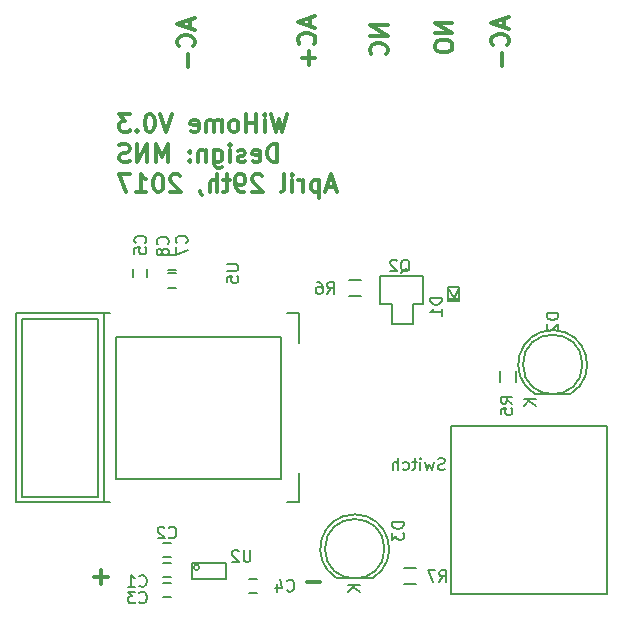
<source format=gbr>
G04 #@! TF.FileFunction,Legend,Bot*
%FSLAX46Y46*%
G04 Gerber Fmt 4.6, Leading zero omitted, Abs format (unit mm)*
G04 Created by KiCad (PCBNEW 4.0.3-stable) date 05/03/17 00:29:37*
%MOMM*%
%LPD*%
G01*
G04 APERTURE LIST*
%ADD10C,0.152400*%
%ADD11C,0.300000*%
%ADD12C,0.150000*%
G04 APERTURE END LIST*
D10*
D11*
X136350000Y-51764286D02*
X136350000Y-52478572D01*
X136778571Y-51621429D02*
X135278571Y-52121429D01*
X136778571Y-52621429D01*
X136635714Y-53978572D02*
X136707143Y-53907143D01*
X136778571Y-53692857D01*
X136778571Y-53550000D01*
X136707143Y-53335715D01*
X136564286Y-53192857D01*
X136421429Y-53121429D01*
X136135714Y-53050000D01*
X135921429Y-53050000D01*
X135635714Y-53121429D01*
X135492857Y-53192857D01*
X135350000Y-53335715D01*
X135278571Y-53550000D01*
X135278571Y-53692857D01*
X135350000Y-53907143D01*
X135421429Y-53978572D01*
X136207143Y-54621429D02*
X136207143Y-55764286D01*
X131978571Y-52085714D02*
X130478571Y-52085714D01*
X131978571Y-52942857D01*
X130478571Y-52942857D01*
X130478571Y-53942857D02*
X130478571Y-54228571D01*
X130550000Y-54371429D01*
X130692857Y-54514286D01*
X130978571Y-54585714D01*
X131478571Y-54585714D01*
X131764286Y-54514286D01*
X131907143Y-54371429D01*
X131978571Y-54228571D01*
X131978571Y-53942857D01*
X131907143Y-53800000D01*
X131764286Y-53657143D01*
X131478571Y-53585714D01*
X130978571Y-53585714D01*
X130692857Y-53657143D01*
X130550000Y-53800000D01*
X130478571Y-53942857D01*
X126478571Y-52321429D02*
X124978571Y-52321429D01*
X126478571Y-53178572D01*
X124978571Y-53178572D01*
X126335714Y-54750001D02*
X126407143Y-54678572D01*
X126478571Y-54464286D01*
X126478571Y-54321429D01*
X126407143Y-54107144D01*
X126264286Y-53964286D01*
X126121429Y-53892858D01*
X125835714Y-53821429D01*
X125621429Y-53821429D01*
X125335714Y-53892858D01*
X125192857Y-53964286D01*
X125050000Y-54107144D01*
X124978571Y-54321429D01*
X124978571Y-54464286D01*
X125050000Y-54678572D01*
X125121429Y-54750001D01*
X119950000Y-51664286D02*
X119950000Y-52378572D01*
X120378571Y-51521429D02*
X118878571Y-52021429D01*
X120378571Y-52521429D01*
X120235714Y-53878572D02*
X120307143Y-53807143D01*
X120378571Y-53592857D01*
X120378571Y-53450000D01*
X120307143Y-53235715D01*
X120164286Y-53092857D01*
X120021429Y-53021429D01*
X119735714Y-52950000D01*
X119521429Y-52950000D01*
X119235714Y-53021429D01*
X119092857Y-53092857D01*
X118950000Y-53235715D01*
X118878571Y-53450000D01*
X118878571Y-53592857D01*
X118950000Y-53807143D01*
X119021429Y-53878572D01*
X119807143Y-54521429D02*
X119807143Y-55664286D01*
X120378571Y-55092857D02*
X119235714Y-55092857D01*
X109750000Y-51864286D02*
X109750000Y-52578572D01*
X110178571Y-51721429D02*
X108678571Y-52221429D01*
X110178571Y-52721429D01*
X110035714Y-54078572D02*
X110107143Y-54007143D01*
X110178571Y-53792857D01*
X110178571Y-53650000D01*
X110107143Y-53435715D01*
X109964286Y-53292857D01*
X109821429Y-53221429D01*
X109535714Y-53150000D01*
X109321429Y-53150000D01*
X109035714Y-53221429D01*
X108892857Y-53292857D01*
X108750000Y-53435715D01*
X108678571Y-53650000D01*
X108678571Y-53792857D01*
X108750000Y-54007143D01*
X108821429Y-54078572D01*
X109607143Y-54721429D02*
X109607143Y-55864286D01*
X120771428Y-99407143D02*
X119628571Y-99407143D01*
X102771428Y-99007143D02*
X101628571Y-99007143D01*
X102200000Y-99578571D02*
X102200000Y-98435714D01*
X117928571Y-59828571D02*
X117571428Y-61328571D01*
X117285714Y-60257143D01*
X117000000Y-61328571D01*
X116642857Y-59828571D01*
X116071428Y-61328571D02*
X116071428Y-60328571D01*
X116071428Y-59828571D02*
X116142857Y-59900000D01*
X116071428Y-59971429D01*
X116000000Y-59900000D01*
X116071428Y-59828571D01*
X116071428Y-59971429D01*
X115357142Y-61328571D02*
X115357142Y-59828571D01*
X115357142Y-60542857D02*
X114499999Y-60542857D01*
X114499999Y-61328571D02*
X114499999Y-59828571D01*
X113571427Y-61328571D02*
X113714285Y-61257143D01*
X113785713Y-61185714D01*
X113857142Y-61042857D01*
X113857142Y-60614286D01*
X113785713Y-60471429D01*
X113714285Y-60400000D01*
X113571427Y-60328571D01*
X113357142Y-60328571D01*
X113214285Y-60400000D01*
X113142856Y-60471429D01*
X113071427Y-60614286D01*
X113071427Y-61042857D01*
X113142856Y-61185714D01*
X113214285Y-61257143D01*
X113357142Y-61328571D01*
X113571427Y-61328571D01*
X112428570Y-61328571D02*
X112428570Y-60328571D01*
X112428570Y-60471429D02*
X112357142Y-60400000D01*
X112214284Y-60328571D01*
X111999999Y-60328571D01*
X111857142Y-60400000D01*
X111785713Y-60542857D01*
X111785713Y-61328571D01*
X111785713Y-60542857D02*
X111714284Y-60400000D01*
X111571427Y-60328571D01*
X111357142Y-60328571D01*
X111214284Y-60400000D01*
X111142856Y-60542857D01*
X111142856Y-61328571D01*
X109857142Y-61257143D02*
X109999999Y-61328571D01*
X110285713Y-61328571D01*
X110428570Y-61257143D01*
X110499999Y-61114286D01*
X110499999Y-60542857D01*
X110428570Y-60400000D01*
X110285713Y-60328571D01*
X109999999Y-60328571D01*
X109857142Y-60400000D01*
X109785713Y-60542857D01*
X109785713Y-60685714D01*
X110499999Y-60828571D01*
X108214285Y-59828571D02*
X107714285Y-61328571D01*
X107214285Y-59828571D01*
X106428571Y-59828571D02*
X106285714Y-59828571D01*
X106142857Y-59900000D01*
X106071428Y-59971429D01*
X105999999Y-60114286D01*
X105928571Y-60400000D01*
X105928571Y-60757143D01*
X105999999Y-61042857D01*
X106071428Y-61185714D01*
X106142857Y-61257143D01*
X106285714Y-61328571D01*
X106428571Y-61328571D01*
X106571428Y-61257143D01*
X106642857Y-61185714D01*
X106714285Y-61042857D01*
X106785714Y-60757143D01*
X106785714Y-60400000D01*
X106714285Y-60114286D01*
X106642857Y-59971429D01*
X106571428Y-59900000D01*
X106428571Y-59828571D01*
X105285714Y-61185714D02*
X105214286Y-61257143D01*
X105285714Y-61328571D01*
X105357143Y-61257143D01*
X105285714Y-61185714D01*
X105285714Y-61328571D01*
X104714285Y-59828571D02*
X103785714Y-59828571D01*
X104285714Y-60400000D01*
X104071428Y-60400000D01*
X103928571Y-60471429D01*
X103857142Y-60542857D01*
X103785714Y-60685714D01*
X103785714Y-61042857D01*
X103857142Y-61185714D01*
X103928571Y-61257143D01*
X104071428Y-61328571D01*
X104500000Y-61328571D01*
X104642857Y-61257143D01*
X104714285Y-61185714D01*
X117142858Y-63878571D02*
X117142858Y-62378571D01*
X116785715Y-62378571D01*
X116571430Y-62450000D01*
X116428572Y-62592857D01*
X116357144Y-62735714D01*
X116285715Y-63021429D01*
X116285715Y-63235714D01*
X116357144Y-63521429D01*
X116428572Y-63664286D01*
X116571430Y-63807143D01*
X116785715Y-63878571D01*
X117142858Y-63878571D01*
X115071430Y-63807143D02*
X115214287Y-63878571D01*
X115500001Y-63878571D01*
X115642858Y-63807143D01*
X115714287Y-63664286D01*
X115714287Y-63092857D01*
X115642858Y-62950000D01*
X115500001Y-62878571D01*
X115214287Y-62878571D01*
X115071430Y-62950000D01*
X115000001Y-63092857D01*
X115000001Y-63235714D01*
X115714287Y-63378571D01*
X114428573Y-63807143D02*
X114285716Y-63878571D01*
X114000001Y-63878571D01*
X113857144Y-63807143D01*
X113785716Y-63664286D01*
X113785716Y-63592857D01*
X113857144Y-63450000D01*
X114000001Y-63378571D01*
X114214287Y-63378571D01*
X114357144Y-63307143D01*
X114428573Y-63164286D01*
X114428573Y-63092857D01*
X114357144Y-62950000D01*
X114214287Y-62878571D01*
X114000001Y-62878571D01*
X113857144Y-62950000D01*
X113142858Y-63878571D02*
X113142858Y-62878571D01*
X113142858Y-62378571D02*
X113214287Y-62450000D01*
X113142858Y-62521429D01*
X113071430Y-62450000D01*
X113142858Y-62378571D01*
X113142858Y-62521429D01*
X111785715Y-62878571D02*
X111785715Y-64092857D01*
X111857144Y-64235714D01*
X111928572Y-64307143D01*
X112071429Y-64378571D01*
X112285715Y-64378571D01*
X112428572Y-64307143D01*
X111785715Y-63807143D02*
X111928572Y-63878571D01*
X112214286Y-63878571D01*
X112357144Y-63807143D01*
X112428572Y-63735714D01*
X112500001Y-63592857D01*
X112500001Y-63164286D01*
X112428572Y-63021429D01*
X112357144Y-62950000D01*
X112214286Y-62878571D01*
X111928572Y-62878571D01*
X111785715Y-62950000D01*
X111071429Y-62878571D02*
X111071429Y-63878571D01*
X111071429Y-63021429D02*
X111000001Y-62950000D01*
X110857143Y-62878571D01*
X110642858Y-62878571D01*
X110500001Y-62950000D01*
X110428572Y-63092857D01*
X110428572Y-63878571D01*
X109714286Y-63735714D02*
X109642858Y-63807143D01*
X109714286Y-63878571D01*
X109785715Y-63807143D01*
X109714286Y-63735714D01*
X109714286Y-63878571D01*
X109714286Y-62950000D02*
X109642858Y-63021429D01*
X109714286Y-63092857D01*
X109785715Y-63021429D01*
X109714286Y-62950000D01*
X109714286Y-63092857D01*
X107857143Y-63878571D02*
X107857143Y-62378571D01*
X107357143Y-63450000D01*
X106857143Y-62378571D01*
X106857143Y-63878571D01*
X106142857Y-63878571D02*
X106142857Y-62378571D01*
X105285714Y-63878571D01*
X105285714Y-62378571D01*
X104642857Y-63807143D02*
X104428571Y-63878571D01*
X104071428Y-63878571D01*
X103928571Y-63807143D01*
X103857142Y-63735714D01*
X103785714Y-63592857D01*
X103785714Y-63450000D01*
X103857142Y-63307143D01*
X103928571Y-63235714D01*
X104071428Y-63164286D01*
X104357142Y-63092857D01*
X104500000Y-63021429D01*
X104571428Y-62950000D01*
X104642857Y-62807143D01*
X104642857Y-62664286D01*
X104571428Y-62521429D01*
X104500000Y-62450000D01*
X104357142Y-62378571D01*
X104000000Y-62378571D01*
X103785714Y-62450000D01*
X122071426Y-66000000D02*
X121357140Y-66000000D01*
X122214283Y-66428571D02*
X121714283Y-64928571D01*
X121214283Y-66428571D01*
X120714283Y-65428571D02*
X120714283Y-66928571D01*
X120714283Y-65500000D02*
X120571426Y-65428571D01*
X120285712Y-65428571D01*
X120142855Y-65500000D01*
X120071426Y-65571429D01*
X119999997Y-65714286D01*
X119999997Y-66142857D01*
X120071426Y-66285714D01*
X120142855Y-66357143D01*
X120285712Y-66428571D01*
X120571426Y-66428571D01*
X120714283Y-66357143D01*
X119357140Y-66428571D02*
X119357140Y-65428571D01*
X119357140Y-65714286D02*
X119285712Y-65571429D01*
X119214283Y-65500000D01*
X119071426Y-65428571D01*
X118928569Y-65428571D01*
X118428569Y-66428571D02*
X118428569Y-65428571D01*
X118428569Y-64928571D02*
X118499998Y-65000000D01*
X118428569Y-65071429D01*
X118357141Y-65000000D01*
X118428569Y-64928571D01*
X118428569Y-65071429D01*
X117499997Y-66428571D02*
X117642855Y-66357143D01*
X117714283Y-66214286D01*
X117714283Y-64928571D01*
X115857141Y-65071429D02*
X115785712Y-65000000D01*
X115642855Y-64928571D01*
X115285712Y-64928571D01*
X115142855Y-65000000D01*
X115071426Y-65071429D01*
X114999998Y-65214286D01*
X114999998Y-65357143D01*
X115071426Y-65571429D01*
X115928569Y-66428571D01*
X114999998Y-66428571D01*
X114285713Y-66428571D02*
X113999998Y-66428571D01*
X113857141Y-66357143D01*
X113785713Y-66285714D01*
X113642855Y-66071429D01*
X113571427Y-65785714D01*
X113571427Y-65214286D01*
X113642855Y-65071429D01*
X113714284Y-65000000D01*
X113857141Y-64928571D01*
X114142855Y-64928571D01*
X114285713Y-65000000D01*
X114357141Y-65071429D01*
X114428570Y-65214286D01*
X114428570Y-65571429D01*
X114357141Y-65714286D01*
X114285713Y-65785714D01*
X114142855Y-65857143D01*
X113857141Y-65857143D01*
X113714284Y-65785714D01*
X113642855Y-65714286D01*
X113571427Y-65571429D01*
X113142856Y-65428571D02*
X112571427Y-65428571D01*
X112928570Y-64928571D02*
X112928570Y-66214286D01*
X112857142Y-66357143D01*
X112714284Y-66428571D01*
X112571427Y-66428571D01*
X112071427Y-66428571D02*
X112071427Y-64928571D01*
X111428570Y-66428571D02*
X111428570Y-65642857D01*
X111499999Y-65500000D01*
X111642856Y-65428571D01*
X111857141Y-65428571D01*
X111999999Y-65500000D01*
X112071427Y-65571429D01*
X110642856Y-66357143D02*
X110642856Y-66428571D01*
X110714284Y-66571429D01*
X110785713Y-66642857D01*
X108928570Y-65071429D02*
X108857141Y-65000000D01*
X108714284Y-64928571D01*
X108357141Y-64928571D01*
X108214284Y-65000000D01*
X108142855Y-65071429D01*
X108071427Y-65214286D01*
X108071427Y-65357143D01*
X108142855Y-65571429D01*
X108999998Y-66428571D01*
X108071427Y-66428571D01*
X107142856Y-64928571D02*
X106999999Y-64928571D01*
X106857142Y-65000000D01*
X106785713Y-65071429D01*
X106714284Y-65214286D01*
X106642856Y-65500000D01*
X106642856Y-65857143D01*
X106714284Y-66142857D01*
X106785713Y-66285714D01*
X106857142Y-66357143D01*
X106999999Y-66428571D01*
X107142856Y-66428571D01*
X107285713Y-66357143D01*
X107357142Y-66285714D01*
X107428570Y-66142857D01*
X107499999Y-65857143D01*
X107499999Y-65500000D01*
X107428570Y-65214286D01*
X107357142Y-65071429D01*
X107285713Y-65000000D01*
X107142856Y-64928571D01*
X105214285Y-66428571D02*
X106071428Y-66428571D01*
X105642856Y-66428571D02*
X105642856Y-64928571D01*
X105785713Y-65142857D01*
X105928571Y-65285714D01*
X106071428Y-65357143D01*
X104714285Y-64928571D02*
X103714285Y-64928571D01*
X104357142Y-66428571D01*
D12*
X107450000Y-97300000D02*
X108150000Y-97300000D01*
X108150000Y-96100000D02*
X107450000Y-96100000D01*
X107450000Y-99000000D02*
X108150000Y-99000000D01*
X108150000Y-97800000D02*
X107450000Y-97800000D01*
X108150000Y-99500000D02*
X107450000Y-99500000D01*
X107450000Y-100700000D02*
X108150000Y-100700000D01*
X114750000Y-100400000D02*
X115450000Y-100400000D01*
X115450000Y-99200000D02*
X114750000Y-99200000D01*
X104937000Y-72929000D02*
X104937000Y-73629000D01*
X106137000Y-73629000D02*
X106137000Y-72929000D01*
X107854000Y-74514000D02*
X108554000Y-74514000D01*
X108554000Y-73314000D02*
X107854000Y-73314000D01*
X107854000Y-72990000D02*
X108554000Y-72990000D01*
X108554000Y-71790000D02*
X107854000Y-71790000D01*
X138937096Y-83510888D02*
G75*
G02X141962000Y-83526000I1524904J2484888D01*
G01*
X138962000Y-83526000D02*
X141962000Y-83526000D01*
X142979936Y-81026000D02*
G75*
G03X142979936Y-81026000I-2517936J0D01*
G01*
X122175096Y-99114888D02*
G75*
G02X125200000Y-99130000I1524904J2484888D01*
G01*
X122200000Y-99130000D02*
X125200000Y-99130000D01*
X126217936Y-96630000D02*
G75*
G03X126217936Y-96630000I-2517936J0D01*
G01*
X125946000Y-73522000D02*
X129446000Y-73522000D01*
X129446000Y-73522000D02*
X129446000Y-75922000D01*
X129446000Y-75922000D02*
X128646000Y-75922000D01*
X128646000Y-75922000D02*
X128646000Y-77622000D01*
X128646000Y-77622000D02*
X126846000Y-77622000D01*
X126846000Y-77622000D02*
X126846000Y-75922000D01*
X126846000Y-75922000D02*
X125846000Y-75922000D01*
X125846000Y-75922000D02*
X125846000Y-73522000D01*
X125846000Y-73522000D02*
X125946000Y-73522000D01*
X135977000Y-81542000D02*
X135977000Y-82542000D01*
X137327000Y-82542000D02*
X137327000Y-81542000D01*
X123198000Y-75224000D02*
X124198000Y-75224000D01*
X124198000Y-73874000D02*
X123198000Y-73874000D01*
X128900000Y-98225000D02*
X127900000Y-98225000D01*
X127900000Y-99575000D02*
X128900000Y-99575000D01*
X110523607Y-98200000D02*
G75*
G03X110523607Y-98200000I-223607J0D01*
G01*
X109900000Y-99200000D02*
X109900000Y-97800000D01*
X109900000Y-97800000D02*
X112800000Y-97800000D01*
X112800000Y-97800000D02*
X112800000Y-99200000D01*
X112800000Y-99200000D02*
X109900000Y-99200000D01*
X131826000Y-86233000D02*
X145034000Y-86233000D01*
X145034000Y-86233000D02*
X145034000Y-100457000D01*
X145034000Y-100457000D02*
X131826000Y-100457000D01*
X131826000Y-100457000D02*
X131826000Y-86233000D01*
X118999000Y-90208000D02*
X118999000Y-92708000D01*
X118999000Y-92708000D02*
X117999000Y-92708000D01*
X117999000Y-76708000D02*
X118999000Y-76708000D01*
X118999000Y-76708000D02*
X118999000Y-79208000D01*
X94999000Y-92708000D02*
X102999000Y-92708000D01*
X94999000Y-76708000D02*
X102999000Y-76708000D01*
X95499000Y-77208000D02*
X101999000Y-77208000D01*
X101999000Y-77208000D02*
X101999000Y-92208000D01*
X101999000Y-92208000D02*
X95499000Y-92208000D01*
X95499000Y-92208000D02*
X95499000Y-77208000D01*
X102499000Y-76708000D02*
X102499000Y-92708000D01*
X103499000Y-78708000D02*
X117499000Y-78708000D01*
X117499000Y-78708000D02*
X117499000Y-90708000D01*
X117499000Y-90708000D02*
X103499000Y-90708000D01*
X103499000Y-90708000D02*
X103499000Y-78708000D01*
X94999000Y-92708000D02*
X94999000Y-76708000D01*
X132130000Y-75413000D02*
X131640000Y-74523000D01*
X132080000Y-75453000D02*
X132540000Y-74563000D01*
X132550000Y-75483000D02*
X131610000Y-75493000D01*
X132570000Y-75683000D02*
X131600000Y-75693000D01*
X131600000Y-75693000D02*
X131600000Y-74473000D01*
X131600000Y-74473000D02*
X132560000Y-74473000D01*
X132560000Y-74473000D02*
X132560000Y-75683000D01*
X107966666Y-95657143D02*
X108014285Y-95704762D01*
X108157142Y-95752381D01*
X108252380Y-95752381D01*
X108395238Y-95704762D01*
X108490476Y-95609524D01*
X108538095Y-95514286D01*
X108585714Y-95323810D01*
X108585714Y-95180952D01*
X108538095Y-94990476D01*
X108490476Y-94895238D01*
X108395238Y-94800000D01*
X108252380Y-94752381D01*
X108157142Y-94752381D01*
X108014285Y-94800000D01*
X107966666Y-94847619D01*
X107585714Y-94847619D02*
X107538095Y-94800000D01*
X107442857Y-94752381D01*
X107204761Y-94752381D01*
X107109523Y-94800000D01*
X107061904Y-94847619D01*
X107014285Y-94942857D01*
X107014285Y-95038095D01*
X107061904Y-95180952D01*
X107633333Y-95752381D01*
X107014285Y-95752381D01*
X105466666Y-99757143D02*
X105514285Y-99804762D01*
X105657142Y-99852381D01*
X105752380Y-99852381D01*
X105895238Y-99804762D01*
X105990476Y-99709524D01*
X106038095Y-99614286D01*
X106085714Y-99423810D01*
X106085714Y-99280952D01*
X106038095Y-99090476D01*
X105990476Y-98995238D01*
X105895238Y-98900000D01*
X105752380Y-98852381D01*
X105657142Y-98852381D01*
X105514285Y-98900000D01*
X105466666Y-98947619D01*
X104514285Y-99852381D02*
X105085714Y-99852381D01*
X104800000Y-99852381D02*
X104800000Y-98852381D01*
X104895238Y-98995238D01*
X104990476Y-99090476D01*
X105085714Y-99138095D01*
X105466666Y-101157143D02*
X105514285Y-101204762D01*
X105657142Y-101252381D01*
X105752380Y-101252381D01*
X105895238Y-101204762D01*
X105990476Y-101109524D01*
X106038095Y-101014286D01*
X106085714Y-100823810D01*
X106085714Y-100680952D01*
X106038095Y-100490476D01*
X105990476Y-100395238D01*
X105895238Y-100300000D01*
X105752380Y-100252381D01*
X105657142Y-100252381D01*
X105514285Y-100300000D01*
X105466666Y-100347619D01*
X105133333Y-100252381D02*
X104514285Y-100252381D01*
X104847619Y-100633333D01*
X104704761Y-100633333D01*
X104609523Y-100680952D01*
X104561904Y-100728571D01*
X104514285Y-100823810D01*
X104514285Y-101061905D01*
X104561904Y-101157143D01*
X104609523Y-101204762D01*
X104704761Y-101252381D01*
X104990476Y-101252381D01*
X105085714Y-101204762D01*
X105133333Y-101157143D01*
X117966666Y-100157143D02*
X118014285Y-100204762D01*
X118157142Y-100252381D01*
X118252380Y-100252381D01*
X118395238Y-100204762D01*
X118490476Y-100109524D01*
X118538095Y-100014286D01*
X118585714Y-99823810D01*
X118585714Y-99680952D01*
X118538095Y-99490476D01*
X118490476Y-99395238D01*
X118395238Y-99300000D01*
X118252380Y-99252381D01*
X118157142Y-99252381D01*
X118014285Y-99300000D01*
X117966666Y-99347619D01*
X117109523Y-99585714D02*
X117109523Y-100252381D01*
X117347619Y-99204762D02*
X117585714Y-99919048D01*
X116966666Y-99919048D01*
X105957143Y-70733334D02*
X106004762Y-70685715D01*
X106052381Y-70542858D01*
X106052381Y-70447620D01*
X106004762Y-70304762D01*
X105909524Y-70209524D01*
X105814286Y-70161905D01*
X105623810Y-70114286D01*
X105480952Y-70114286D01*
X105290476Y-70161905D01*
X105195238Y-70209524D01*
X105100000Y-70304762D01*
X105052381Y-70447620D01*
X105052381Y-70542858D01*
X105100000Y-70685715D01*
X105147619Y-70733334D01*
X105052381Y-71638096D02*
X105052381Y-71161905D01*
X105528571Y-71114286D01*
X105480952Y-71161905D01*
X105433333Y-71257143D01*
X105433333Y-71495239D01*
X105480952Y-71590477D01*
X105528571Y-71638096D01*
X105623810Y-71685715D01*
X105861905Y-71685715D01*
X105957143Y-71638096D01*
X106004762Y-71590477D01*
X106052381Y-71495239D01*
X106052381Y-71257143D01*
X106004762Y-71161905D01*
X105957143Y-71114286D01*
X109457143Y-70733334D02*
X109504762Y-70685715D01*
X109552381Y-70542858D01*
X109552381Y-70447620D01*
X109504762Y-70304762D01*
X109409524Y-70209524D01*
X109314286Y-70161905D01*
X109123810Y-70114286D01*
X108980952Y-70114286D01*
X108790476Y-70161905D01*
X108695238Y-70209524D01*
X108600000Y-70304762D01*
X108552381Y-70447620D01*
X108552381Y-70542858D01*
X108600000Y-70685715D01*
X108647619Y-70733334D01*
X108552381Y-71066667D02*
X108552381Y-71733334D01*
X109552381Y-71304762D01*
X107857143Y-70833334D02*
X107904762Y-70785715D01*
X107952381Y-70642858D01*
X107952381Y-70547620D01*
X107904762Y-70404762D01*
X107809524Y-70309524D01*
X107714286Y-70261905D01*
X107523810Y-70214286D01*
X107380952Y-70214286D01*
X107190476Y-70261905D01*
X107095238Y-70309524D01*
X107000000Y-70404762D01*
X106952381Y-70547620D01*
X106952381Y-70642858D01*
X107000000Y-70785715D01*
X107047619Y-70833334D01*
X107380952Y-71404762D02*
X107333333Y-71309524D01*
X107285714Y-71261905D01*
X107190476Y-71214286D01*
X107142857Y-71214286D01*
X107047619Y-71261905D01*
X107000000Y-71309524D01*
X106952381Y-71404762D01*
X106952381Y-71595239D01*
X107000000Y-71690477D01*
X107047619Y-71738096D01*
X107142857Y-71785715D01*
X107190476Y-71785715D01*
X107285714Y-71738096D01*
X107333333Y-71690477D01*
X107380952Y-71595239D01*
X107380952Y-71404762D01*
X107428571Y-71309524D01*
X107476190Y-71261905D01*
X107571429Y-71214286D01*
X107761905Y-71214286D01*
X107857143Y-71261905D01*
X107904762Y-71309524D01*
X107952381Y-71404762D01*
X107952381Y-71595239D01*
X107904762Y-71690477D01*
X107857143Y-71738096D01*
X107761905Y-71785715D01*
X107571429Y-71785715D01*
X107476190Y-71738096D01*
X107428571Y-71690477D01*
X107380952Y-71595239D01*
X140952381Y-76661905D02*
X139952381Y-76661905D01*
X139952381Y-76900000D01*
X140000000Y-77042858D01*
X140095238Y-77138096D01*
X140190476Y-77185715D01*
X140380952Y-77233334D01*
X140523810Y-77233334D01*
X140714286Y-77185715D01*
X140809524Y-77138096D01*
X140904762Y-77042858D01*
X140952381Y-76900000D01*
X140952381Y-76661905D01*
X140047619Y-77614286D02*
X140000000Y-77661905D01*
X139952381Y-77757143D01*
X139952381Y-77995239D01*
X140000000Y-78090477D01*
X140047619Y-78138096D01*
X140142857Y-78185715D01*
X140238095Y-78185715D01*
X140380952Y-78138096D01*
X140952381Y-77566667D01*
X140952381Y-78185715D01*
X139009381Y-83939095D02*
X138009381Y-83939095D01*
X139009381Y-84510524D02*
X138437952Y-84081952D01*
X138009381Y-84510524D02*
X138580810Y-83939095D01*
X127852381Y-94361905D02*
X126852381Y-94361905D01*
X126852381Y-94600000D01*
X126900000Y-94742858D01*
X126995238Y-94838096D01*
X127090476Y-94885715D01*
X127280952Y-94933334D01*
X127423810Y-94933334D01*
X127614286Y-94885715D01*
X127709524Y-94838096D01*
X127804762Y-94742858D01*
X127852381Y-94600000D01*
X127852381Y-94361905D01*
X126852381Y-95266667D02*
X126852381Y-95885715D01*
X127233333Y-95552381D01*
X127233333Y-95695239D01*
X127280952Y-95790477D01*
X127328571Y-95838096D01*
X127423810Y-95885715D01*
X127661905Y-95885715D01*
X127757143Y-95838096D01*
X127804762Y-95790477D01*
X127852381Y-95695239D01*
X127852381Y-95409524D01*
X127804762Y-95314286D01*
X127757143Y-95266667D01*
X124152381Y-99738095D02*
X123152381Y-99738095D01*
X124152381Y-100309524D02*
X123580952Y-99880952D01*
X123152381Y-100309524D02*
X123723810Y-99738095D01*
X127595238Y-73247619D02*
X127690476Y-73200000D01*
X127785714Y-73104762D01*
X127928571Y-72961905D01*
X128023810Y-72914286D01*
X128119048Y-72914286D01*
X128071429Y-73152381D02*
X128166667Y-73104762D01*
X128261905Y-73009524D01*
X128309524Y-72819048D01*
X128309524Y-72485714D01*
X128261905Y-72295238D01*
X128166667Y-72200000D01*
X128071429Y-72152381D01*
X127880952Y-72152381D01*
X127785714Y-72200000D01*
X127690476Y-72295238D01*
X127642857Y-72485714D01*
X127642857Y-72819048D01*
X127690476Y-73009524D01*
X127785714Y-73104762D01*
X127880952Y-73152381D01*
X128071429Y-73152381D01*
X127261905Y-72247619D02*
X127214286Y-72200000D01*
X127119048Y-72152381D01*
X126880952Y-72152381D01*
X126785714Y-72200000D01*
X126738095Y-72247619D01*
X126690476Y-72342857D01*
X126690476Y-72438095D01*
X126738095Y-72580952D01*
X127309524Y-73152381D01*
X126690476Y-73152381D01*
X137052381Y-84333334D02*
X136576190Y-84000000D01*
X137052381Y-83761905D02*
X136052381Y-83761905D01*
X136052381Y-84142858D01*
X136100000Y-84238096D01*
X136147619Y-84285715D01*
X136242857Y-84333334D01*
X136385714Y-84333334D01*
X136480952Y-84285715D01*
X136528571Y-84238096D01*
X136576190Y-84142858D01*
X136576190Y-83761905D01*
X136052381Y-85238096D02*
X136052381Y-84761905D01*
X136528571Y-84714286D01*
X136480952Y-84761905D01*
X136433333Y-84857143D01*
X136433333Y-85095239D01*
X136480952Y-85190477D01*
X136528571Y-85238096D01*
X136623810Y-85285715D01*
X136861905Y-85285715D01*
X136957143Y-85238096D01*
X137004762Y-85190477D01*
X137052381Y-85095239D01*
X137052381Y-84857143D01*
X137004762Y-84761905D01*
X136957143Y-84714286D01*
X121366666Y-75052381D02*
X121700000Y-74576190D01*
X121938095Y-75052381D02*
X121938095Y-74052381D01*
X121557142Y-74052381D01*
X121461904Y-74100000D01*
X121414285Y-74147619D01*
X121366666Y-74242857D01*
X121366666Y-74385714D01*
X121414285Y-74480952D01*
X121461904Y-74528571D01*
X121557142Y-74576190D01*
X121938095Y-74576190D01*
X120509523Y-74052381D02*
X120700000Y-74052381D01*
X120795238Y-74100000D01*
X120842857Y-74147619D01*
X120938095Y-74290476D01*
X120985714Y-74480952D01*
X120985714Y-74861905D01*
X120938095Y-74957143D01*
X120890476Y-75004762D01*
X120795238Y-75052381D01*
X120604761Y-75052381D01*
X120509523Y-75004762D01*
X120461904Y-74957143D01*
X120414285Y-74861905D01*
X120414285Y-74623810D01*
X120461904Y-74528571D01*
X120509523Y-74480952D01*
X120604761Y-74433333D01*
X120795238Y-74433333D01*
X120890476Y-74480952D01*
X120938095Y-74528571D01*
X120985714Y-74623810D01*
X130866666Y-99452381D02*
X131200000Y-98976190D01*
X131438095Y-99452381D02*
X131438095Y-98452381D01*
X131057142Y-98452381D01*
X130961904Y-98500000D01*
X130914285Y-98547619D01*
X130866666Y-98642857D01*
X130866666Y-98785714D01*
X130914285Y-98880952D01*
X130961904Y-98928571D01*
X131057142Y-98976190D01*
X131438095Y-98976190D01*
X130533333Y-98452381D02*
X129866666Y-98452381D01*
X130295238Y-99452381D01*
X114861905Y-96752381D02*
X114861905Y-97561905D01*
X114814286Y-97657143D01*
X114766667Y-97704762D01*
X114671429Y-97752381D01*
X114480952Y-97752381D01*
X114385714Y-97704762D01*
X114338095Y-97657143D01*
X114290476Y-97561905D01*
X114290476Y-96752381D01*
X113861905Y-96847619D02*
X113814286Y-96800000D01*
X113719048Y-96752381D01*
X113480952Y-96752381D01*
X113385714Y-96800000D01*
X113338095Y-96847619D01*
X113290476Y-96942857D01*
X113290476Y-97038095D01*
X113338095Y-97180952D01*
X113909524Y-97752381D01*
X113290476Y-97752381D01*
X131314286Y-89904762D02*
X131171429Y-89952381D01*
X130933333Y-89952381D01*
X130838095Y-89904762D01*
X130790476Y-89857143D01*
X130742857Y-89761905D01*
X130742857Y-89666667D01*
X130790476Y-89571429D01*
X130838095Y-89523810D01*
X130933333Y-89476190D01*
X131123810Y-89428571D01*
X131219048Y-89380952D01*
X131266667Y-89333333D01*
X131314286Y-89238095D01*
X131314286Y-89142857D01*
X131266667Y-89047619D01*
X131219048Y-89000000D01*
X131123810Y-88952381D01*
X130885714Y-88952381D01*
X130742857Y-89000000D01*
X130409524Y-89285714D02*
X130219048Y-89952381D01*
X130028571Y-89476190D01*
X129838095Y-89952381D01*
X129647619Y-89285714D01*
X129266667Y-89952381D02*
X129266667Y-89285714D01*
X129266667Y-88952381D02*
X129314286Y-89000000D01*
X129266667Y-89047619D01*
X129219048Y-89000000D01*
X129266667Y-88952381D01*
X129266667Y-89047619D01*
X128933334Y-89285714D02*
X128552382Y-89285714D01*
X128790477Y-88952381D02*
X128790477Y-89809524D01*
X128742858Y-89904762D01*
X128647620Y-89952381D01*
X128552382Y-89952381D01*
X127790476Y-89904762D02*
X127885714Y-89952381D01*
X128076191Y-89952381D01*
X128171429Y-89904762D01*
X128219048Y-89857143D01*
X128266667Y-89761905D01*
X128266667Y-89476190D01*
X128219048Y-89380952D01*
X128171429Y-89333333D01*
X128076191Y-89285714D01*
X127885714Y-89285714D01*
X127790476Y-89333333D01*
X127361905Y-89952381D02*
X127361905Y-88952381D01*
X126933333Y-89952381D02*
X126933333Y-89428571D01*
X126980952Y-89333333D01*
X127076190Y-89285714D01*
X127219048Y-89285714D01*
X127314286Y-89333333D01*
X127361905Y-89380952D01*
X112852381Y-72538095D02*
X113661905Y-72538095D01*
X113757143Y-72585714D01*
X113804762Y-72633333D01*
X113852381Y-72728571D01*
X113852381Y-72919048D01*
X113804762Y-73014286D01*
X113757143Y-73061905D01*
X113661905Y-73109524D01*
X112852381Y-73109524D01*
X112852381Y-74061905D02*
X112852381Y-73585714D01*
X113328571Y-73538095D01*
X113280952Y-73585714D01*
X113233333Y-73680952D01*
X113233333Y-73919048D01*
X113280952Y-74014286D01*
X113328571Y-74061905D01*
X113423810Y-74109524D01*
X113661905Y-74109524D01*
X113757143Y-74061905D01*
X113804762Y-74014286D01*
X113852381Y-73919048D01*
X113852381Y-73680952D01*
X113804762Y-73585714D01*
X113757143Y-73538095D01*
X131072381Y-75384905D02*
X130072381Y-75384905D01*
X130072381Y-75623000D01*
X130120000Y-75765858D01*
X130215238Y-75861096D01*
X130310476Y-75908715D01*
X130500952Y-75956334D01*
X130643810Y-75956334D01*
X130834286Y-75908715D01*
X130929524Y-75861096D01*
X131024762Y-75765858D01*
X131072381Y-75623000D01*
X131072381Y-75384905D01*
X131072381Y-76908715D02*
X131072381Y-76337286D01*
X131072381Y-76623000D02*
X130072381Y-76623000D01*
X130215238Y-76527762D01*
X130310476Y-76432524D01*
X130358095Y-76337286D01*
M02*

</source>
